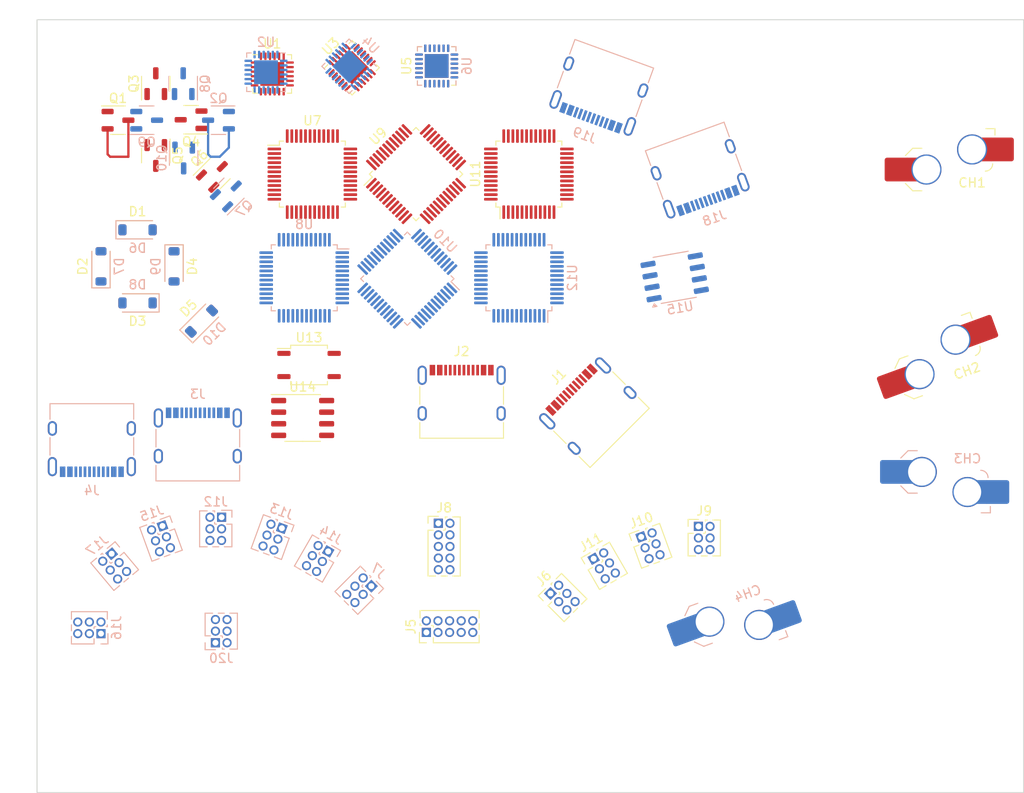
<source format=kicad_pcb>
(kicad_pcb (version 20221018) (generator pcbnew)
  (layers (0 "F.Cu" signal) (31 "B.Cu" signal) (34 "B.Paste" user) (35 "F.Paste" user) (36 "B.SilkS" user "B.Silkscreen") (37 "F.SilkS" user "F.Silkscreen") (38 "B.Mask" user) (39 "F.Mask" user) (44 "Edge.Cuts" user))
  (net 0 "")
  (net 2 "Net-(Q1-C)")
  (net 4 "Net-(Q2-C)")
  (net 6 "Net-(Q3-C)")
  (net 8 "Net-(Q4-C)")
  (net 10 "Net-(Q5-C)")
  (net 12 "Net-(Q6-C)")
  (net 14 "Net-(Q7-C)")
  (net 16 "Net-(Q8-C)")
  (net 18 "Net-(Q9-C)")
  (net 20 "Net-(Q10-C)")
  (net 22 "Net-(U1-GND-Pad2)")
  (net 46 "Net-(U2-GND-Pad2)")
  (net 70 "Net-(U3-GND-Pad2)")
  (net 94 "Net-(U4-GND-Pad2)")
  (net 118 "Net-(U5-GND-Pad2)")
  (net 142 "Net-(U6-GND-Pad2)")
  (net 485 "Net-(J2-GND-PadA1)")
  (net 486 "Net-(J2-VBUS-PadA4)")
  (net 496 "Net-(J1-GND-PadA1)")
  (net 497 "Net-(J1-VBUS-PadA4)")
  (net 507 "Net-(J3-GND-PadA1)")
  (net 508 "Net-(J3-VBUS-PadA4)")
  (net 518 "Net-(J4-GND-PadA1)")
  (net 519 "Net-(J4-VBUS-PadA4)")
  (net 623 "Net-(J18-GND-PadA1)")
  (net 624 "Net-(J18-VBUS-PadA4)")
  (net 634 "Net-(J19-GND-PadA1)")
  (net 635 "Net-(J19-VBUS-PadA4)")
  (footprint "Package_DFN_QFN:QFN-24-1EP_4x4mm_P0.5mm_EP2.6x2.6mm" (layer "F.Cu") (at 135.75 64.9375)
    (fp_text reference "U1")
    (fp_text value "APW8713AQBI-TRG")
  )
  (footprint "Diode_SMD:D_SOD-123" (layer "F.Cu") (at 117 86 90)
    (fp_text reference "D2")
    (fp_text value "1N4148W")
  )
  (footprint "Package_QFP:LQFP-48_7x7mm_P0.5mm" (layer "F.Cu") (at 163.8375 75.9 90)
    (fp_text reference "U11")
    (fp_text value "FT2232D")
  )
  (footprint "Connector_USB:USB_C_Receptacle_XKB_U262-16XN-4BVC11" (layer "F.Cu") (at 156.48 101.025)
    (fp_text reference "J2")
    (fp_text value "USB_C_Receptacle_USB2.0")
  )
  (footprint "Package_DFN_QFN:QFN-24-1EP_4x4mm_P0.5mm_EP2.6x2.6mm" (layer "F.Cu") (at 144.486136 64.253903 45)
    (fp_text reference "U3")
    (fp_text value "APW8713AQBI-TRG")
  )
  (footprint "Diode_SMD:D_SOD-123" (layer "F.Cu") (at 125 86 -90)
    (fp_text reference "D4")
    (fp_text value "1N4148W")
  )
  (footprint "Connector_PinHeader_1.27mm:PinHeader_2x03_P1.27mm_Vertical" (layer "F.Cu") (at 170.93 118.000295 30)
    (fp_text reference "J11")
    (fp_text value "Conn_02x03_Counter_Clockwise")
  )
  (footprint "Package_TO_SOT_SMD:SOT-23-3" (layer "F.Cu") (at 126.8625 69.95 180)
    (fp_text reference "Q4")
    (fp_text value "Q_NPN_BEC")
  )
  (footprint "Package_QFP:LQFP-48_7x7mm_P0.5mm" (layer "F.Cu") (at 140.1375 75.9)
    (fp_text reference "U7")
    (fp_text value "FT2232D")
  )
  (footprint "Package_SO:SOP-4_3.8x4.1mm_P2.54mm" (layer "F.Cu") (at 139.775 96.795)
    (fp_text reference "U13")
    (fp_text value "LTV-357T")
  )
  (footprint "Package_SO:SOP-8_3.9x4.9mm_P1.27mm" (layer "F.Cu") (at 139.075 102.595)
    (fp_text reference "U14")
    (fp_text value "MCP3201")
  )
  (footprint "Connector_PinHeader_1.27mm:PinHeader_2x05_P1.27mm_Vertical" (layer "F.Cu") (at 152.62 126.07 90)
    (fp_text reference "J5")
    (fp_text value "Conn_02x05_Counter_Clockwise")
  )
  (footprint "Package_TO_SOT_SMD:SOT-23-3" (layer "F.Cu") (at 123 66 90)
    (fp_text reference "Q3")
    (fp_text value "Q_NPN_BEC")
  )
  (footprint "Connector_PinHeader_1.27mm:PinHeader_2x03_P1.27mm_Vertical" (layer "F.Cu") (at 182.4 114.46)
    (fp_text reference "J9")
    (fp_text value "Conn_02x03_Counter_Clockwise")
  )
  (footprint "Connector_USB:USB_C_Receptacle_XKB_U262-16XN-4BVC11" (layer "F.Cu") (at 171.1 102.1 45)
    (fp_text reference "J1")
    (fp_text value "USB_C_Receptacle_USB2.0")
  )
  (footprint "Connector_PinHeader_1.27mm:PinHeader_2x03_P1.27mm_Vertical" (layer "F.Cu") (at 166.203949 121.803949 45)
    (fp_text reference "J6")
    (fp_text value "Conn_02x03_Counter_Clockwise")
  )
  (footprint "Connector_PinHeader_1.27mm:PinHeader_2x03_P1.27mm_Vertical" (layer "F.Cu") (at 176.131269 115.613181 20)
    (fp_text reference "J10")
    (fp_text value "Conn_02x03_Counter_Clockwise")
  )
  (footprint "Package_DFN_QFN:QFN-24-1EP_4x4mm_P0.5mm_EP2.6x2.6mm" (layer "F.Cu") (at 153.75 64.0625 90)
    (fp_text reference "U5")
    (fp_text value "APW8713AQBI-TRG")
  )
  (footprint "Package_TO_SOT_SMD:SOT-23-3" (layer "F.Cu") (at 129.476085 75.867417 45)
    (fp_text reference "Q6")
    (fp_text value "Q_NPN_BEC")
  )
  (footprint "Diode_SMD:D_SOD-123" (layer "F.Cu") (at 121 90 180)
    (fp_text reference "D3")
    (fp_text value "1N4148W")
  )
  (footprint "Package_QFP:LQFP-48_7x7mm_P0.5mm" (layer "F.Cu") (at 151.4875 75.9 45)
    (fp_text reference "U9")
    (fp_text value "FT2232D")
  )
  (footprint "Diode_SMD:D_SOD-123" (layer "F.Cu") (at 128 92 45)
    (fp_text reference "D5")
    (fp_text value "1N4148W")
  )
  (footprint "Package_TO_SOT_SMD:SOT-23-3" (layer "F.Cu") (at 118.8625 70)
    (fp_text reference "Q1")
    (fp_text value "Q_NPN_BEC")
  )
  (footprint "Diode_SMD:D_SOD-123" (layer "F.Cu") (at 121 82)
    (fp_text reference "D1")
    (fp_text value "1N4148W")
  )
  (footprint "Package_TO_SOT_SMD:SOT-23-3" (layer "F.Cu") (at 123 73.8625 -90)
    (fp_text reference "Q5")
    (fp_text value "Q_NPN_BEC")
  )
  (footprint "lib:SW_choc_v1_HS_1u" (layer "F.Cu") (at 207.355 69.45)
    (fp_text reference "CH1")
    (fp_text value "choc_SW_HS")
  )
  (footprint "lib:SW_choc_v1_HS_1u" (layer "F.Cu") (at 204.56498 92.208829 20)
    (fp_text reference "CH2")
    (fp_text value "choc_SW_HS")
  )
  (footprint "Connector_PinHeader_1.27mm:PinHeader_2x05_P1.27mm_Vertical" (layer "F.Cu") (at 153.93 114.12)
    (fp_text reference "J8")
    (fp_text value "Conn_02x05_Counter_Clockwise")
  )
  (footprint "Package_TO_SOT_SMD:SOT-23-3" (layer "B.Cu") (at 122 70)
    (fp_text reference "Q9")
    (fp_text value "Q_NPN_BEC")
  )
  (footprint "lib:SW_choc_v1_HS_1u" (layer "B.Cu") (at 206.85 114.45)
    (fp_text reference "CH3")
    (fp_text value "choc_SW_HS")
  )
  (footprint "Diode_SMD:D_SOD-123" (layer "B.Cu") (at 121 90 180)
    (fp_text reference "D8")
    (fp_text value "1N4148W")
  )
  (footprint "Connector_PinHeader_1.27mm:PinHeader_2x03_P1.27mm_Vertical" (layer "B.Cu") (at 146.596051 121.003949 135)
    (fp_text reference "J7")
    (fp_text value "Conn_02x03_Counter_Clockwise")
  )
  (footprint "Connector_PinHeader_1.27mm:PinHeader_2x03_P1.27mm_Vertical" (layer "B.Cu") (at 141.87 117.200295 150)
    (fp_text reference "J14")
    (fp_text value "Conn_02x03_Counter_Clockwise")
  )
  (footprint "Package_QFP:LQFP-48_7x7mm_P0.5mm" (layer "B.Cu") (at 139.25 87.25 180)
    (fp_text reference "U8")
    (fp_text value "FT2232D")
  )
  (footprint "Package_DFN_QFN:QFN-24-1EP_4x4mm_P0.5mm_EP2.6x2.6mm" (layer "B.Cu") (at 135.0625 64.75 180)
    (fp_text reference "U2")
    (fp_text value "APW8713AQBI-TRG")
  )
  (footprint "Package_TO_SOT_SMD:SOT-23-3" (layer "B.Cu") (at 131 78 45)
    (fp_text reference "Q7")
    (fp_text value "Q_NPN_BEC")
  )
  (footprint "Package_QFP:LQFP-48_7x7mm_P0.5mm" (layer "B.Cu") (at 162.75 87.25 90)
    (fp_text reference "U12")
    (fp_text value "FT2232D")
  )
  (footprint "Diode_SMD:D_SOD-123" (layer "B.Cu") (at 128 92 45)
    (fp_text reference "D10")
    (fp_text value "1N4148W")
  )
  (footprint "Connector_PinHeader_1.27mm:PinHeader_2x03_P1.27mm_Vertical" (layer "B.Cu") (at 117 126.2 90)
    (fp_text reference "J16")
    (fp_text value "Conn_02x03_Counter_Clockwise")
  )
  (footprint "Diode_SMD:D_SOD-123" (layer "B.Cu") (at 125 86 -90)
    (fp_text reference "D9")
    (fp_text value "1N4148W")
  )
  (footprint "Package_DFN_QFN:QFN-24-1EP_4x4mm_P0.5mm_EP2.6x2.6mm" (layer "B.Cu") (at 153.75 64.0625 90)
    (fp_text reference "U6")
    (fp_text value "APW8713AQBI-TRG")
  )
  (footprint "Package_TO_SOT_SMD:SOT-23-3" (layer "B.Cu") (at 129.8625 70 180)
    (fp_text reference "Q2")
    (fp_text value "Q_NPN_BEC")
  )
  (footprint "Connector_PinHeader_1.27mm:PinHeader_2x03_P1.27mm_Vertical" (layer "B.Cu") (at 118.167319 117.454247 -140)
    (fp_text reference "J17")
    (fp_text value "Conn_02x03_Counter_Clockwise")
  )
  (footprint "Package_DFN_QFN:QFN-24-1EP_4x4mm_P0.5mm_EP2.6x2.6mm" (layer "B.Cu") (at 144.160311 64.099651 135)
    (fp_text reference "U4")
    (fp_text value "APW8713AQBI-TRG")
  )
  (footprint "Package_QFP:LQFP-48_7x7mm_P0.5mm" (layer "B.Cu") (at 150.534322 87.352342 135)
    (fp_text reference "U10")
    (fp_text value "FT2232D")
  )
  (footprint "Connector_USB:USB_C_Receptacle_XKB_U262-16XN-4BVC11" (layer "B.Cu") (at 116 104.815)
    (fp_text reference "J4")
    (fp_text value "USB_C_Receptacle_USB2.0")
  )
  (footprint "Connector_PinHeader_1.27mm:PinHeader_2x03_P1.27mm_Vertical" (layer "B.Cu") (at 129.53 127.2)
    (fp_text reference "J20")
    (fp_text value "Conn_02x03_Counter_Clockwise")
  )
  (footprint "Diode_SMD:D_SOD-123" (layer "B.Cu") (at 121 82)
    (fp_text reference "D6")
    (fp_text value "1N4148W")
  )
  (footprint "Connector_PinHeader_1.27mm:PinHeader_2x03_P1.27mm_Vertical" (layer "B.Cu") (at 123.731269 114.413181 -160)
    (fp_text reference "J15")
    (fp_text value "Conn_02x03_Counter_Clockwise")
  )
  (footprint "lib:SW_choc_v1_HS_1u" (layer "B.Cu") (at 185.631691 130.481111 20)
    (fp_text reference "CH4")
    (fp_text value "choc_SW_HS")
  )
  (footprint "Connector_USB:USB_C_Receptacle_XKB_U262-16XN-4BVC11" (layer "B.Cu") (at 127.6 105.7 180)
    (fp_text reference "J3")
    (fp_text value "USB_C_Receptacle_USB2.0")
  )
  (footprint "Diode_SMD:D_SOD-123" (layer "B.Cu") (at 117 86 90)
    (fp_text reference "D7")
    (fp_text value "1N4148W")
  )
  (footprint "Connector_PinHeader_1.27mm:PinHeader_2x03_P1.27mm_Vertical" (layer "B.Cu") (at 130.2 113.46 180)
    (fp_text reference "J12")
    (fp_text value "Conn_02x03_Counter_Clockwise")
  )
  (footprint "Package_TO_SOT_SMD:SOT-23-3" (layer "B.Cu") (at 126.05 74.1375 -90)
    (fp_text reference "Q10")
    (fp_text value "Q_NPN_BEC")
  )
  (footprint "Package_SO:SOP-8_3.9x4.9mm_P1.27mm" (layer "B.Cu") (at 179.8 87.2 10)
    (fp_text reference "U15")
    (fp_text value "MCP3201")
  )
  (footprint "Connector_PinHeader_1.27mm:PinHeader_2x03_P1.27mm_Vertical" (layer "B.Cu") (at 136.8 114.66 160)
    (fp_text reference "J13")
    (fp_text value "Conn_02x03_Counter_Clockwise")
  )
  (footprint "Package_TO_SOT_SMD:SOT-23-3" (layer "B.Cu") (at 126 66 90)
    (fp_text reference "Q8")
    (fp_text value "Q_NPN_BEC")
  )
  (footprint "Connector_USB:USB_C_Receptacle_XKB_U262-16XN-4BVC11" (layer "B.Cu") (at 182.193326 75.340539 20)
    (fp_text reference "J18")
    (fp_text value "USB_C_Receptacle_USB2.0")
  )
  (footprint "Connector_USB:USB_C_Receptacle_XKB_U262-16XN-4BVC11" (layer "B.Cu") (at 171.8918 66.287697 -20)
    (fp_text reference "J19")
    (fp_text value "USB_C_Receptacle_USB2.0")
  )
  (gr_rect (start 110 59) (end 218 143.6) (stroke (width 0.1)) (fill none) (layer "Edge.Cuts"))
  (segment (start 117.725 73.725) (end 118 74) (width 0.25) (layer "F.Cu") (net 2))
  (segment (start 118 74) (end 120 74) (width 0.25) (layer "F.Cu") (net 2))
  (segment (start 120 74) (end 120 70) (width 0.25) (layer "F.Cu") (net 2))
  (segment (start 117.725 70.95) (end 117.725 73.725) (width 0.25) (layer "F.Cu") (net 2))
  (segment (start 128.725 70) (end 128.725 73.725) (width 0.25) (layer "B.Cu") (net 4))
  (segment (start 131 73) (end 131 70.95) (width 0.25) (layer "B.Cu") (net 4))
  (segment (start 128.725 73.725) (end 129 74) (width 0.25) (layer "B.Cu") (net 4))
  (segment (start 130 74) (end 131 73) (width 0.25) (layer "B.Cu") (net 4))
  (segment (start 129 74) (end 130 74) (width 0.25) (layer "B.Cu") (net 4))
)
</source>
